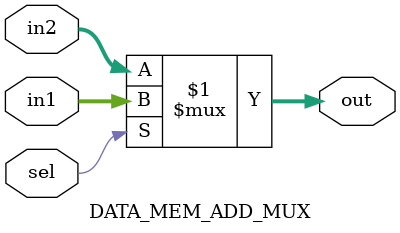
<source format=v>
`timescale 1ns / 1ps
module DATA_MEM_ADD_MUX(in1,in2,out,sel );
	input [4:0] in1,in2;
	output [4:0] out;
	input sel;
	assign out= sel ? in1: in2;

endmodule

</source>
